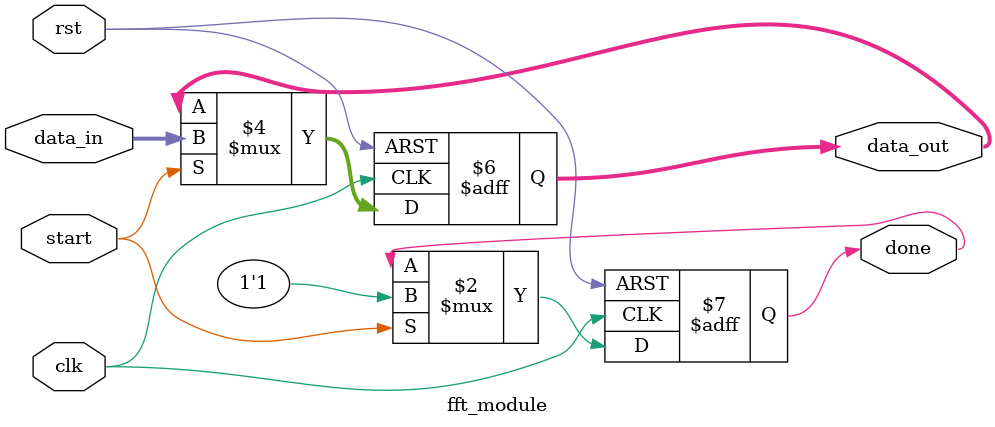
<source format=v>
module fft_module #(
    parameter DATA_WIDTH = 16,
    parameter FFT_POINTS = 1024
)(
    input clk,
    input rst,
    input start,
    input [DATA_WIDTH-1:0] data_in,
    output reg [DATA_WIDTH-1:0] data_out,
    output reg done
);
// Implementation of FFT logic would go here.
// This is a placeholder for actual FFT algorithm implementation in Verilog.
always @(posedge clk or posedge rst)
begin
    if(rst)
        begin
            data_out <= 0;
            done <= 0;
        end
    else if(start)
        begin
            // Placeholder for FFT computation process
            // In practice, this section would contain complex logic to perform FFT on data_in
            // For demonstration purposes, we simply assign data_out to data_in and set done when ready
            data_out <= data_in;
            done <= 1;
        end
end
endmodule
</source>
